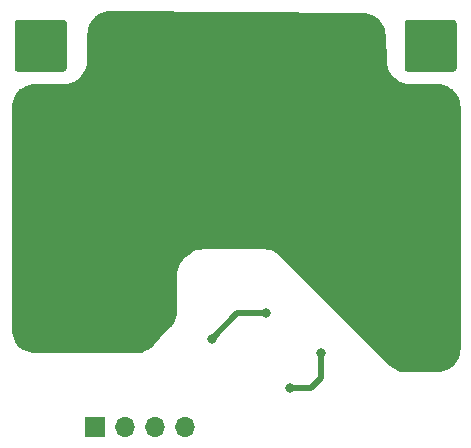
<source format=gbr>
%TF.GenerationSoftware,KiCad,Pcbnew,5.1.6*%
%TF.CreationDate,2020-09-21T04:08:01+02:00*%
%TF.ProjectId,inulox_led_bulb,696e756c-6f78-45f6-9c65-645f62756c62,rev?*%
%TF.SameCoordinates,Original*%
%TF.FileFunction,Copper,L2,Bot*%
%TF.FilePolarity,Positive*%
%FSLAX46Y46*%
G04 Gerber Fmt 4.6, Leading zero omitted, Abs format (unit mm)*
G04 Created by KiCad (PCBNEW 5.1.6) date 2020-09-21 04:08:01*
%MOMM*%
%LPD*%
G01*
G04 APERTURE LIST*
%TA.AperFunction,ComponentPad*%
%ADD10O,1.700000X1.700000*%
%TD*%
%TA.AperFunction,ComponentPad*%
%ADD11R,1.700000X1.700000*%
%TD*%
%TA.AperFunction,ViaPad*%
%ADD12C,0.800000*%
%TD*%
%TA.AperFunction,ViaPad*%
%ADD13C,0.600000*%
%TD*%
%TA.AperFunction,Conductor*%
%ADD14C,0.500000*%
%TD*%
%TA.AperFunction,Conductor*%
%ADD15C,0.254000*%
%TD*%
G04 APERTURE END LIST*
%TO.P,LED +,1*%
%TO.N,Net-(D1-Pad2)*%
%TA.AperFunction,ComponentPad*%
G36*
G01*
X96300000Y-41950001D02*
X96300000Y-38049999D01*
G75*
G02*
X96549999Y-37800000I249999J0D01*
G01*
X100450001Y-37800000D01*
G75*
G02*
X100700000Y-38049999I0J-249999D01*
G01*
X100700000Y-41950001D01*
G75*
G02*
X100450001Y-42200000I-249999J0D01*
G01*
X96549999Y-42200000D01*
G75*
G02*
X96300000Y-41950001I0J249999D01*
G01*
G37*
%TD.AperFunction*%
%TD*%
%TO.P,LED -,1*%
%TO.N,Net-(D6-Pad1)*%
%TA.AperFunction,ComponentPad*%
G36*
G01*
X129300000Y-41950001D02*
X129300000Y-38049999D01*
G75*
G02*
X129549999Y-37800000I249999J0D01*
G01*
X133450001Y-37800000D01*
G75*
G02*
X133700000Y-38049999I0J-249999D01*
G01*
X133700000Y-41950001D01*
G75*
G02*
X133450001Y-42200000I-249999J0D01*
G01*
X129549999Y-42200000D01*
G75*
G02*
X129300000Y-41950001I0J249999D01*
G01*
G37*
%TD.AperFunction*%
%TD*%
D10*
%TO.P,J1,4*%
%TO.N,Net-(J1-Pad4)*%
X110720000Y-72300000D03*
%TO.P,J1,3*%
%TO.N,Net-(J1-Pad3)*%
X108180000Y-72300000D03*
%TO.P,J1,2*%
%TO.N,VCC*%
X105640000Y-72300000D03*
D11*
%TO.P,J1,1*%
%TO.N,GND*%
X103100000Y-72300000D03*
%TD*%
D12*
%TO.N,VCC*%
X122200000Y-66000000D03*
X119600000Y-69000014D03*
D13*
%TO.N,GND*%
X115000000Y-54400000D03*
X114600000Y-53800000D03*
X115400000Y-53800000D03*
X115400000Y-53000000D03*
X114600000Y-53000000D03*
X114600000Y-52200000D03*
X115400000Y-52200000D03*
X115400000Y-51400000D03*
X114600000Y-51400000D03*
X115000000Y-43600000D03*
X115400000Y-43000000D03*
X114600000Y-43000000D03*
X114600000Y-42200000D03*
X115400000Y-42200000D03*
X115400000Y-41400000D03*
X114600000Y-41400000D03*
X115400000Y-40600000D03*
X114600000Y-40600000D03*
X104000000Y-61400000D03*
X104600000Y-62000000D03*
X105200000Y-61400000D03*
X104600000Y-60800000D03*
X105200000Y-60200000D03*
X105800000Y-60800000D03*
X106400000Y-60200000D03*
X105800000Y-59600000D03*
X126000000Y-47400000D03*
X126600000Y-48000000D03*
X126000000Y-48600000D03*
X125400000Y-48000000D03*
X124800000Y-48600000D03*
X125400000Y-49200000D03*
X124800000Y-49800000D03*
X124200000Y-49200000D03*
X126000000Y-61600000D03*
X126600000Y-61000000D03*
X126000000Y-60400000D03*
X125400000Y-61000000D03*
X124800000Y-60400000D03*
X125400000Y-59800000D03*
X124800000Y-59200000D03*
X124200000Y-59800000D03*
X105600000Y-49000000D03*
X105000000Y-49600000D03*
X104400000Y-49000000D03*
X105000000Y-48400000D03*
X104400000Y-47800000D03*
X103800000Y-48400000D03*
X103200000Y-47800000D03*
X103800000Y-47200000D03*
X103800000Y-62200000D03*
X106600000Y-59400000D03*
X115000000Y-40000000D03*
X124000000Y-50000000D03*
X126800000Y-47200000D03*
X124000000Y-59000000D03*
X126800000Y-61800000D03*
X105800000Y-49800000D03*
X103000000Y-47000000D03*
X115000000Y-50800000D03*
D12*
%TO.N,Net-(J1-Pad3)*%
X117600000Y-62664956D03*
X112999999Y-64800001D03*
%TD*%
D14*
%TO.N,VCC*%
X122200000Y-68100000D02*
X121350000Y-68950000D01*
X122200000Y-66000000D02*
X122200000Y-68100000D01*
X119650014Y-68950000D02*
X119600000Y-69000014D01*
X121350000Y-68950000D02*
X119650014Y-68950000D01*
%TO.N,Net-(J1-Pad3)*%
X115135044Y-62664956D02*
X112999999Y-64800001D01*
X117600000Y-62664956D02*
X115135044Y-62664956D01*
%TD*%
D15*
%TO.N,GND*%
G36*
X125675497Y-37311730D02*
G01*
X125939312Y-37332206D01*
X126193425Y-37388101D01*
X126437339Y-37478676D01*
X126666345Y-37602184D01*
X126876019Y-37756239D01*
X127062313Y-37937861D01*
X127221646Y-38143566D01*
X127350926Y-38369363D01*
X127447661Y-38610892D01*
X127509987Y-38863510D01*
X127537153Y-39126715D01*
X127608624Y-41270861D01*
X127609230Y-41279714D01*
X127638006Y-41557541D01*
X127641060Y-41575012D01*
X127708261Y-41846121D01*
X127713720Y-41862997D01*
X127818035Y-42122100D01*
X127825792Y-42138050D01*
X127965187Y-42380093D01*
X127975091Y-42394807D01*
X128146848Y-42615070D01*
X128158704Y-42628261D01*
X128359471Y-42822448D01*
X128373050Y-42833859D01*
X128598913Y-42998182D01*
X128613949Y-43007589D01*
X128860502Y-43138843D01*
X128876702Y-43146064D01*
X129139136Y-43241689D01*
X129156183Y-43246583D01*
X129429380Y-43304715D01*
X129446944Y-43307186D01*
X129725576Y-43326690D01*
X129734444Y-43327000D01*
X131995470Y-43327000D01*
X132266504Y-43346385D01*
X132527593Y-43403181D01*
X132777940Y-43496556D01*
X133012445Y-43624605D01*
X133226338Y-43784724D01*
X133415276Y-43973662D01*
X133575395Y-44187555D01*
X133703444Y-44422060D01*
X133796819Y-44672407D01*
X133853615Y-44933496D01*
X133873000Y-45204530D01*
X133873000Y-65595470D01*
X133853615Y-65866504D01*
X133796819Y-66127593D01*
X133703444Y-66377940D01*
X133575395Y-66612445D01*
X133415276Y-66826338D01*
X133226338Y-67015276D01*
X133012445Y-67175395D01*
X132777940Y-67303444D01*
X132527593Y-67396819D01*
X132266504Y-67453615D01*
X131995470Y-67473000D01*
X129432583Y-67473000D01*
X129183989Y-67456707D01*
X128943728Y-67408916D01*
X128711768Y-67330175D01*
X128492062Y-67221829D01*
X128288384Y-67085736D01*
X128101081Y-66921475D01*
X118875589Y-57695983D01*
X118869523Y-57690302D01*
X118672833Y-57517809D01*
X118659653Y-57507696D01*
X118442130Y-57362352D01*
X118427744Y-57354046D01*
X118193111Y-57238338D01*
X118177763Y-57231981D01*
X117930034Y-57147888D01*
X117913987Y-57143588D01*
X117657401Y-57092550D01*
X117640931Y-57090382D01*
X117379879Y-57073272D01*
X117371573Y-57073000D01*
X112228427Y-57073000D01*
X112220121Y-57073272D01*
X111959069Y-57090382D01*
X111942599Y-57092550D01*
X111686013Y-57143588D01*
X111669966Y-57147888D01*
X111422237Y-57231981D01*
X111406889Y-57238338D01*
X111172256Y-57354046D01*
X111157870Y-57362352D01*
X110940347Y-57507696D01*
X110927167Y-57517809D01*
X110730477Y-57690302D01*
X110724411Y-57695983D01*
X110495983Y-57924411D01*
X110490302Y-57930477D01*
X110317809Y-58127167D01*
X110307696Y-58140347D01*
X110162352Y-58357870D01*
X110154046Y-58372256D01*
X110038338Y-58606889D01*
X110031981Y-58622237D01*
X109947888Y-58869966D01*
X109943588Y-58886013D01*
X109892550Y-59142599D01*
X109890382Y-59159069D01*
X109873272Y-59420121D01*
X109873000Y-59428427D01*
X109873000Y-62487897D01*
X109853158Y-62740017D01*
X109795291Y-62981050D01*
X109700426Y-63210072D01*
X109570912Y-63421421D01*
X109406671Y-63613723D01*
X108951756Y-64068638D01*
X108949157Y-64071315D01*
X108868552Y-64156801D01*
X108866033Y-64159553D01*
X107904736Y-65241013D01*
X107713237Y-65428122D01*
X107501001Y-65583882D01*
X107269027Y-65708337D01*
X107021881Y-65799038D01*
X106764476Y-65854181D01*
X106497397Y-65873000D01*
X98004530Y-65873000D01*
X97733496Y-65853615D01*
X97472407Y-65796819D01*
X97222060Y-65703444D01*
X96987555Y-65575395D01*
X96773662Y-65415276D01*
X96584724Y-65226338D01*
X96424605Y-65012445D01*
X96296556Y-64777940D01*
X96203181Y-64527593D01*
X96146385Y-64266504D01*
X96127000Y-63995470D01*
X96127000Y-45204530D01*
X96146385Y-44933496D01*
X96203181Y-44672407D01*
X96296556Y-44422060D01*
X96424605Y-44187555D01*
X96584724Y-43973662D01*
X96773662Y-43784724D01*
X96987555Y-43624605D01*
X97222060Y-43496556D01*
X97472407Y-43403181D01*
X97733496Y-43346385D01*
X98004530Y-43327000D01*
X100400000Y-43327000D01*
X100409060Y-43326676D01*
X100693690Y-43306319D01*
X100711626Y-43303741D01*
X100990461Y-43243084D01*
X101007847Y-43237979D01*
X101275212Y-43138257D01*
X101291695Y-43130729D01*
X101542147Y-42993972D01*
X101557390Y-42984176D01*
X101785829Y-42813168D01*
X101799524Y-42801302D01*
X102001302Y-42599524D01*
X102013168Y-42585829D01*
X102184176Y-42357390D01*
X102193972Y-42342147D01*
X102330729Y-42091695D01*
X102338257Y-42075212D01*
X102437979Y-41807847D01*
X102443084Y-41790461D01*
X102503741Y-41511626D01*
X102506319Y-41493690D01*
X102526676Y-41209060D01*
X102527000Y-41200000D01*
X102527000Y-39020493D01*
X102546582Y-38748088D01*
X102603946Y-38485752D01*
X102698245Y-38234315D01*
X102827536Y-37998951D01*
X102989163Y-37784496D01*
X103179793Y-37595374D01*
X103395528Y-37435450D01*
X103631908Y-37308032D01*
X103884085Y-37215733D01*
X104146876Y-37160449D01*
X104419418Y-37143031D01*
X125675497Y-37311730D01*
G37*
X125675497Y-37311730D02*
X125939312Y-37332206D01*
X126193425Y-37388101D01*
X126437339Y-37478676D01*
X126666345Y-37602184D01*
X126876019Y-37756239D01*
X127062313Y-37937861D01*
X127221646Y-38143566D01*
X127350926Y-38369363D01*
X127447661Y-38610892D01*
X127509987Y-38863510D01*
X127537153Y-39126715D01*
X127608624Y-41270861D01*
X127609230Y-41279714D01*
X127638006Y-41557541D01*
X127641060Y-41575012D01*
X127708261Y-41846121D01*
X127713720Y-41862997D01*
X127818035Y-42122100D01*
X127825792Y-42138050D01*
X127965187Y-42380093D01*
X127975091Y-42394807D01*
X128146848Y-42615070D01*
X128158704Y-42628261D01*
X128359471Y-42822448D01*
X128373050Y-42833859D01*
X128598913Y-42998182D01*
X128613949Y-43007589D01*
X128860502Y-43138843D01*
X128876702Y-43146064D01*
X129139136Y-43241689D01*
X129156183Y-43246583D01*
X129429380Y-43304715D01*
X129446944Y-43307186D01*
X129725576Y-43326690D01*
X129734444Y-43327000D01*
X131995470Y-43327000D01*
X132266504Y-43346385D01*
X132527593Y-43403181D01*
X132777940Y-43496556D01*
X133012445Y-43624605D01*
X133226338Y-43784724D01*
X133415276Y-43973662D01*
X133575395Y-44187555D01*
X133703444Y-44422060D01*
X133796819Y-44672407D01*
X133853615Y-44933496D01*
X133873000Y-45204530D01*
X133873000Y-65595470D01*
X133853615Y-65866504D01*
X133796819Y-66127593D01*
X133703444Y-66377940D01*
X133575395Y-66612445D01*
X133415276Y-66826338D01*
X133226338Y-67015276D01*
X133012445Y-67175395D01*
X132777940Y-67303444D01*
X132527593Y-67396819D01*
X132266504Y-67453615D01*
X131995470Y-67473000D01*
X129432583Y-67473000D01*
X129183989Y-67456707D01*
X128943728Y-67408916D01*
X128711768Y-67330175D01*
X128492062Y-67221829D01*
X128288384Y-67085736D01*
X128101081Y-66921475D01*
X118875589Y-57695983D01*
X118869523Y-57690302D01*
X118672833Y-57517809D01*
X118659653Y-57507696D01*
X118442130Y-57362352D01*
X118427744Y-57354046D01*
X118193111Y-57238338D01*
X118177763Y-57231981D01*
X117930034Y-57147888D01*
X117913987Y-57143588D01*
X117657401Y-57092550D01*
X117640931Y-57090382D01*
X117379879Y-57073272D01*
X117371573Y-57073000D01*
X112228427Y-57073000D01*
X112220121Y-57073272D01*
X111959069Y-57090382D01*
X111942599Y-57092550D01*
X111686013Y-57143588D01*
X111669966Y-57147888D01*
X111422237Y-57231981D01*
X111406889Y-57238338D01*
X111172256Y-57354046D01*
X111157870Y-57362352D01*
X110940347Y-57507696D01*
X110927167Y-57517809D01*
X110730477Y-57690302D01*
X110724411Y-57695983D01*
X110495983Y-57924411D01*
X110490302Y-57930477D01*
X110317809Y-58127167D01*
X110307696Y-58140347D01*
X110162352Y-58357870D01*
X110154046Y-58372256D01*
X110038338Y-58606889D01*
X110031981Y-58622237D01*
X109947888Y-58869966D01*
X109943588Y-58886013D01*
X109892550Y-59142599D01*
X109890382Y-59159069D01*
X109873272Y-59420121D01*
X109873000Y-59428427D01*
X109873000Y-62487897D01*
X109853158Y-62740017D01*
X109795291Y-62981050D01*
X109700426Y-63210072D01*
X109570912Y-63421421D01*
X109406671Y-63613723D01*
X108951756Y-64068638D01*
X108949157Y-64071315D01*
X108868552Y-64156801D01*
X108866033Y-64159553D01*
X107904736Y-65241013D01*
X107713237Y-65428122D01*
X107501001Y-65583882D01*
X107269027Y-65708337D01*
X107021881Y-65799038D01*
X106764476Y-65854181D01*
X106497397Y-65873000D01*
X98004530Y-65873000D01*
X97733496Y-65853615D01*
X97472407Y-65796819D01*
X97222060Y-65703444D01*
X96987555Y-65575395D01*
X96773662Y-65415276D01*
X96584724Y-65226338D01*
X96424605Y-65012445D01*
X96296556Y-64777940D01*
X96203181Y-64527593D01*
X96146385Y-64266504D01*
X96127000Y-63995470D01*
X96127000Y-45204530D01*
X96146385Y-44933496D01*
X96203181Y-44672407D01*
X96296556Y-44422060D01*
X96424605Y-44187555D01*
X96584724Y-43973662D01*
X96773662Y-43784724D01*
X96987555Y-43624605D01*
X97222060Y-43496556D01*
X97472407Y-43403181D01*
X97733496Y-43346385D01*
X98004530Y-43327000D01*
X100400000Y-43327000D01*
X100409060Y-43326676D01*
X100693690Y-43306319D01*
X100711626Y-43303741D01*
X100990461Y-43243084D01*
X101007847Y-43237979D01*
X101275212Y-43138257D01*
X101291695Y-43130729D01*
X101542147Y-42993972D01*
X101557390Y-42984176D01*
X101785829Y-42813168D01*
X101799524Y-42801302D01*
X102001302Y-42599524D01*
X102013168Y-42585829D01*
X102184176Y-42357390D01*
X102193972Y-42342147D01*
X102330729Y-42091695D01*
X102338257Y-42075212D01*
X102437979Y-41807847D01*
X102443084Y-41790461D01*
X102503741Y-41511626D01*
X102506319Y-41493690D01*
X102526676Y-41209060D01*
X102527000Y-41200000D01*
X102527000Y-39020493D01*
X102546582Y-38748088D01*
X102603946Y-38485752D01*
X102698245Y-38234315D01*
X102827536Y-37998951D01*
X102989163Y-37784496D01*
X103179793Y-37595374D01*
X103395528Y-37435450D01*
X103631908Y-37308032D01*
X103884085Y-37215733D01*
X104146876Y-37160449D01*
X104419418Y-37143031D01*
X125675497Y-37311730D01*
%TD*%
M02*

</source>
